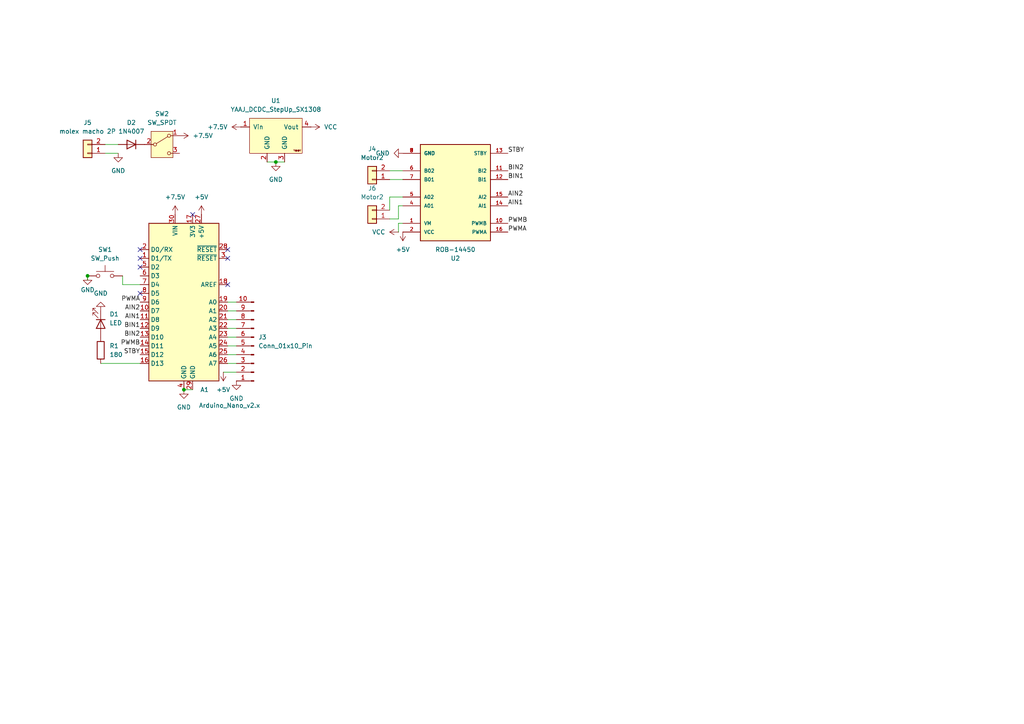
<source format=kicad_sch>
(kicad_sch (version 20231120) (generator "eeschema") (generator_version "8.0")
  (paper "A4")
  (lib_symbols
    (symbol "Connector:Conn_01x10_Pin" (pin_names (offset 1.016) hide)
      (property "Reference" "J" (at 0 12.7 0))
      (property "Value" "Conn_01x10_Pin" (at 0 -15.24 0))
      (symbol "Conn_01x10_Pin_1_1"
        (polyline (pts (xy 1.27 -12.7) (xy 0.8636 -12.7)) (stroke (width 0.1524)))
        (polyline (pts (xy 1.27 -10.16) (xy 0.8636 -10.16)) (stroke (width 0.1524)))
        (polyline (pts (xy 1.27 -7.62) (xy 0.8636 -7.62)) (stroke (width 0.1524)))
        (polyline (pts (xy 1.27 -5.08) (xy 0.8636 -5.08)) (stroke (width 0.1524)))
        (polyline (pts (xy 1.27 -2.54) (xy 0.8636 -2.54)) (stroke (width 0.1524)))
        (polyline (pts (xy 1.27 0) (xy 0.8636 0)) (stroke (width 0.1524)))
        (polyline (pts (xy 1.27 2.54) (xy 0.8636 2.54)) (stroke (width 0.1524)))
        (polyline (pts (xy 1.27 5.08) (xy 0.8636 5.08)) (stroke (width 0.1524)))
        (polyline (pts (xy 1.27 7.62) (xy 0.8636 7.62)) (stroke (width 0.1524)))
        (polyline (pts (xy 1.27 10.16) (xy 0.8636 10.16)) (stroke (width 0.1524)))
        (rectangle (start 0.8636 -12.573) (end 0 -12.827) (stroke (width 0.1524)) (fill (type outline)))
        (rectangle (start 0.8636 -10.033) (end 0 -10.287) (stroke (width 0.1524)) (fill (type outline)))
        (rectangle (start 0.8636 -7.493) (end 0 -7.747) (stroke (width 0.1524)) (fill (type outline)))
        (rectangle (start 0.8636 -4.953) (end 0 -5.207) (stroke (width 0.1524)) (fill (type outline)))
        (rectangle (start 0.8636 -2.413) (end 0 -2.667) (stroke (width 0.1524)) (fill (type outline)))
        (rectangle (start 0.8636 0.127) (end 0 -0.127) (stroke (width 0.1524)) (fill (type outline)))
        (rectangle (start 0.8636 2.667) (end 0 2.413) (stroke (width 0.1524)) (fill (type outline)))
        (rectangle (start 0.8636 5.207) (end 0 4.953) (stroke (width 0.1524)) (fill (type outline)))
        (rectangle (start 0.8636 7.747) (end 0 7.493) (stroke (width 0.1524)) (fill (type outline)))
        (rectangle (start 0.8636 10.287) (end 0 10.033) (stroke (width 0.1524)) (fill (type outline)))
        (pin passive line (at 5.08 10.16 180) (length 3.81) (name "Pin_1") (number "1"))
        (pin passive line (at 5.08 -12.7 180) (length 3.81) (name "Pin_10") (number "10"))
        (pin passive line (at 5.08 7.62 180) (length 3.81) (name "Pin_2") (number "2"))
        (pin passive line (at 5.08 5.08 180) (length 3.81) (name "Pin_3") (number "3"))
        (pin passive line (at 5.08 2.54 180) (length 3.81) (name "Pin_4") (number "4"))
        (pin passive line (at 5.08 0 180) (length 3.81) (name "Pin_5") (number "5"))
        (pin passive line (at 5.08 -2.54 180) (length 3.81) (name "Pin_6") (number "6"))
        (pin passive line (at 5.08 -5.08 180) (length 3.81) (name "Pin_7") (number "7"))
        (pin passive line (at 5.08 -7.62 180) (length 3.81) (name "Pin_8") (number "8"))
        (pin passive line (at 5.08 -10.16 180) (length 3.81) (name "Pin_9") (number "9"))
      )
    )
    (symbol "Connector_Generic:Conn_01x02" (pin_names (offset 1.016) hide)
      (property "Reference" "J" (at 0 2.54 0))
      (property "Value" "Conn_01x02" (at 0 -5.08 0))
      (symbol "Conn_01x02_1_1"
        (rectangle (start -1.27 -2.413) (end 0 -2.667) (stroke (width 0.1524)))
        (rectangle (start -1.27 0.127) (end 0 -0.127) (stroke (width 0.1524)))
        (rectangle (start -1.27 1.27) (end 1.27 -3.81) (stroke (width 0.254)) (fill (type background)))
        (pin passive line (at -5.08 0 0) (length 3.81) (name "Pin_1") (number "1"))
        (pin passive line (at -5.08 -2.54 0) (length 3.81) (name "Pin_2") (number "2"))
      )
    )
    (symbol "Device:D" (pin_numbers hide) (pin_names (offset 1.016) hide)
      (property "Reference" "D" (at 0 2.54 0))
      (property "Value" "D" (at 0 -2.54 0))
      (symbol "D_0_1"
        (polyline (pts (xy -1.27 1.27) (xy -1.27 -1.27)) (stroke (width 0.254)))
        (polyline (pts (xy 1.27 0) (xy -1.27 0)))
        (polyline (pts (xy 1.27 1.27) (xy 1.27 -1.27) (xy -1.27 0) (xy 1.27 1.27)) (stroke (width 0.254)))
      )
      (symbol "D_1_1"
        (pin passive line (at -3.81 0 0) (length 2.54) (name "K") (number "1"))
        (pin passive line (at 3.81 0 180) (length 2.54) (name "A") (number "2"))
      )
    )
    (symbol "Device:LED" (pin_numbers hide) (pin_names (offset 1.016) hide)
      (property "Reference" "D" (at 0 2.54 0))
      (property "Value" "LED" (at 0 -2.54 0))
      (symbol "LED_0_1"
        (polyline (pts (xy -1.27 -1.27) (xy -1.27 1.27)) (stroke (width 0.254)))
        (polyline (pts (xy -1.27 0) (xy 1.27 0)))
        (polyline (pts (xy 1.27 -1.27) (xy 1.27 1.27) (xy -1.27 0) (xy 1.27 -1.27)) (stroke (width 0.254)))
        (polyline (pts (xy -3.048 -0.762) (xy -4.572 -2.286) (xy -3.81 -2.286) (xy -4.572 -2.286) (xy -4.572 -1.524)))
        (polyline (pts (xy -1.778 -0.762) (xy -3.302 -2.286) (xy -2.54 -2.286) (xy -3.302 -2.286) (xy -3.302 -1.524)))
      )
      (symbol "LED_1_1"
        (pin passive line (at -3.81 0 0) (length 2.54) (name "K") (number "1"))
        (pin passive line (at 3.81 0 180) (length 2.54) (name "A") (number "2"))
      )
    )
    (symbol "Device:R" (pin_numbers hide) (pin_names (offset 0))
      (property "Reference" "R" (at 2.032 0 90))
      (property "Value" "R" (at 0 0 90))
      (symbol "R_0_1"
        (rectangle (start -1.016 -2.54) (end 1.016 2.54) (stroke (width 0.254)))
      )
      (symbol "R_1_1"
        (pin passive line (at 0 3.81 270) (length 1.27) (name "~") (number "1"))
        (pin passive line (at 0 -3.81 90) (length 1.27) (name "~") (number "2"))
      )
    )
    (symbol "MCU_Module:Arduino_Nano_v2.x"
      (property "Reference" "A" (at -10.16 23.495 0))
      (property "Value" "Arduino_Nano_v2.x" (at 5.08 -24.13 0))
      (symbol "Arduino_Nano_v2.x_0_1"
        (rectangle (start -10.16 22.86) (end 10.16 -22.86) (stroke (width 0.254)) (fill (type background)))
      )
      (symbol "Arduino_Nano_v2.x_1_1"
        (pin bidirectional line (at -12.7 12.7 0) (length 2.54) (name "D1/TX") (number "1"))
        (pin bidirectional line (at -12.7 -2.54 0) (length 2.54) (name "D7") (number "10"))
        (pin bidirectional line (at -12.7 -5.08 0) (length 2.54) (name "D8") (number "11"))
        (pin bidirectional line (at -12.7 -7.62 0) (length 2.54) (name "D9") (number "12"))
        (pin bidirectional line (at -12.7 -10.16 0) (length 2.54) (name "D10") (number "13"))
        (pin bidirectional line (at -12.7 -12.7 0) (length 2.54) (name "D11") (number "14"))
        (pin bidirectional line (at -12.7 -15.24 0) (length 2.54) (name "D12") (number "15"))
        (pin bidirectional line (at -12.7 -17.78 0) (length 2.54) (name "D13") (number "16"))
        (pin power_out line (at 2.54 25.4 270) (length 2.54) (name "3V3") (number "17"))
        (pin input line (at 12.7 5.08 180) (length 2.54) (name "AREF") (number "18"))
        (pin bidirectional line (at 12.7 0 180) (length 2.54) (name "A0") (number "19"))
        (pin bidirectional line (at -12.7 15.24 0) (length 2.54) (name "D0/RX") (number "2"))
        (pin bidirectional line (at 12.7 -2.54 180) (length 2.54) (name "A1") (number "20"))
        (pin bidirectional line (at 12.7 -5.08 180) (length 2.54) (name "A2") (number "21"))
        (pin bidirectional line (at 12.7 -7.62 180) (length 2.54) (name "A3") (number "22"))
        (pin bidirectional line (at 12.7 -10.16 180) (length 2.54) (name "A4") (number "23"))
        (pin bidirectional line (at 12.7 -12.7 180) (length 2.54) (name "A5") (number "24"))
        (pin bidirectional line (at 12.7 -15.24 180) (length 2.54) (name "A6") (number "25"))
        (pin bidirectional line (at 12.7 -17.78 180) (length 2.54) (name "A7") (number "26"))
        (pin power_out line (at 5.08 25.4 270) (length 2.54) (name "+5V") (number "27"))
        (pin input line (at 12.7 15.24 180) (length 2.54) (name "~{RESET}") (number "28"))
        (pin power_in line (at 2.54 -25.4 90) (length 2.54) (name "GND") (number "29"))
        (pin input line (at 12.7 12.7 180) (length 2.54) (name "~{RESET}") (number "3"))
        (pin power_in line (at -2.54 25.4 270) (length 2.54) (name "VIN") (number "30"))
        (pin power_in line (at 0 -25.4 90) (length 2.54) (name "GND") (number "4"))
        (pin bidirectional line (at -12.7 10.16 0) (length 2.54) (name "D2") (number "5"))
        (pin bidirectional line (at -12.7 7.62 0) (length 2.54) (name "D3") (number "6"))
        (pin bidirectional line (at -12.7 5.08 0) (length 2.54) (name "D4") (number "7"))
        (pin bidirectional line (at -12.7 2.54 0) (length 2.54) (name "D5") (number "8"))
        (pin bidirectional line (at -12.7 0 0) (length 2.54) (name "D6") (number "9"))
      )
    )
    (symbol "ROB-14450:ROB-14450" (pin_names (offset 1.016))
      (property "Reference" "U" (at -10.16 16.002 0))
      (property "Value" "ROB-14450" (at -10.16 -15.24 0))
      (symbol "ROB-14450_0_0"
        (rectangle (start -10.16 -12.7) (end 10.16 15.24) (stroke (width 0.254)) (fill (type background)))
        (pin power_in line (at 15.24 10.16 180) (length 5.08) (name "VM") (number "1"))
        (pin input line (at -15.24 10.16 0) (length 5.08) (name "PWMB") (number "10"))
        (pin input line (at -15.24 -5.08 0) (length 5.08) (name "BI2") (number "11"))
        (pin input line (at -15.24 -2.54 0) (length 5.08) (name "BI1") (number "12"))
        (pin input line (at -15.24 -10.16 0) (length 5.08) (name "STBY") (number "13"))
        (pin input line (at -15.24 5.08 0) (length 5.08) (name "AI1") (number "14"))
        (pin input line (at -15.24 2.54 0) (length 5.08) (name "AI2") (number "15"))
        (pin input line (at -15.24 12.7 0) (length 5.08) (name "PWMA") (number "16"))
        (pin power_in line (at 15.24 12.7 180) (length 5.08) (name "VCC") (number "2"))
        (pin power_in line (at 15.24 -10.16 180) (length 5.08) (name "GND") (number "3"))
        (pin output line (at 15.24 5.08 180) (length 5.08) (name "A01") (number "4"))
        (pin output line (at 15.24 2.54 180) (length 5.08) (name "A02") (number "5"))
        (pin output line (at 15.24 -5.08 180) (length 5.08) (name "B02") (number "6"))
        (pin output line (at 15.24 -2.54 180) (length 5.08) (name "B01") (number "7"))
        (pin power_in line (at 15.24 -10.16 180) (length 5.08) (name "GND") (number "8"))
        (pin power_in line (at 15.24 -10.16 180) (length 5.08) (name "GND") (number "9"))
      )
    )
    (symbol "Switch:SW_Push" (pin_numbers hide) (pin_names (offset 1.016) hide)
      (property "Reference" "SW" (at 1.27 2.54 0))
      (property "Value" "SW_Push" (at 0 -1.524 0))
      (symbol "SW_Push_0_1"
        (circle (center -2.032 0) (radius 0.508))
        (polyline (pts (xy 0 1.27) (xy 0 3.048)))
        (polyline (pts (xy 2.54 1.27) (xy -2.54 1.27)))
        (circle (center 2.032 0) (radius 0.508))
        (pin passive line (at -5.08 0 0) (length 2.54) (name "1") (number "1"))
        (pin passive line (at 5.08 0 180) (length 2.54) (name "2") (number "2"))
      )
    )
    (symbol "Switch:SW_SPDT" (pin_names (offset 0) hide)
      (property "Reference" "SW" (at 0 5.08 0))
      (property "Value" "SW_SPDT" (at 0 -5.08 0))
      (symbol "SW_SPDT_0_1"
        (circle (center -2.032 0) (radius 0.4572))
        (polyline (pts (xy -1.651 0.254) (xy 1.651 2.286)))
        (circle (center 2.032 -2.54) (radius 0.4572))
        (circle (center 2.032 2.54) (radius 0.4572))
      )
      (symbol "SW_SPDT_1_1"
        (rectangle (start -3.175 3.81) (end 3.175 -3.81) (fill (type background)))
        (pin passive line (at 5.08 2.54 180) (length 2.54) (name "A") (number "1"))
        (pin passive line (at -5.08 0 0) (length 2.54) (name "B") (number "2"))
        (pin passive line (at 5.08 -2.54 180) (length 2.54) (name "C") (number "3"))
      )
    )
    (symbol "power:+5V" (power) (pin_numbers hide) (pin_names (offset 0) hide)
      (property "Value" "+5V" (at 0 3.556 0))
      (symbol "+5V_0_1"
        (polyline (pts (xy -0.762 1.27) (xy 0 2.54)))
        (polyline (pts (xy 0 0) (xy 0 2.54)))
        (polyline (pts (xy 0 2.54) (xy 0.762 1.27)))
      )
      (symbol "+5V_1_1"
        (pin power_in line (at 0 0 90) (length 0) (name "~") (number "1"))
      )
    )
    (symbol "power:+7.5V" (power) (pin_numbers hide) (pin_names (offset 0) hide)
      (property "Value" "+7.5V" (at 0 3.556 0))
      (symbol "+7.5V_0_1"
        (polyline (pts (xy -0.762 1.27) (xy 0 2.54)))
        (polyline (pts (xy 0 0) (xy 0 2.54)))
        (polyline (pts (xy 0 2.54) (xy 0.762 1.27)))
      )
      (symbol "+7.5V_1_1"
        (pin power_in line (at 0 0 90) (length 0) (name "~") (number "1"))
      )
    )
    (symbol "power:GND" (power) (pin_numbers hide) (pin_names (offset 0) hide)
      (property "Value" "GND" (at 0 -3.81 0))
      (symbol "GND_0_1"
        (polyline (pts (xy 0 0) (xy 0 -1.27) (xy 1.27 -1.27) (xy 0 -2.54) (xy -1.27 -1.27) (xy 0 -1.27)))
      )
      (symbol "GND_1_1"
        (pin power_in line (at 0 0 270) (length 0) (name "~") (number "1"))
      )
    )
    (symbol "power:VCC" (power) (pin_numbers hide) (pin_names (offset 0) hide)
      (property "Value" "VCC" (at 0 3.556 0))
      (symbol "VCC_0_1"
        (polyline (pts (xy -0.762 1.27) (xy 0 2.54)))
        (polyline (pts (xy 0 0) (xy 0 2.54)))
        (polyline (pts (xy 0 2.54) (xy 0.762 1.27)))
      )
      (symbol "VCC_1_1"
        (pin power_in line (at 0 0 90) (length 0) (name "~") (number "1"))
      )
    )
    (symbol "yaaj_dcdc_stepup_sx1308:YAAJ_DCDC_StepUp_SX1308" (pin_names (offset 1.016))
      (property "Reference" "U" (at -5.08 6.35 0))
      (property "Value" "YAAJ_DCDC_StepUp_SX1308" (at 1.27 11.43 0))
      (symbol "YAAJ_DCDC_StepUp_SX1308_1_1"
        (rectangle (start -7.62 2.54) (end 7.62 -7.62) (fill (type background)))
        (text "Y@@V" (at 6.1976 -6.8072 0) (effects (font (size 0.508 0.508))))
        (pin power_in line (at -10.16 0 0) (length 2.54) (name "Vin") (number "1"))
        (pin power_in line (at -2.54 -10.16 90) (length 2.54) (name "GND") (number "2"))
        (pin power_in line (at 2.54 -10.16 90) (length 2.54) (name "GND") (number "3"))
        (pin power_out line (at 10.16 0 180) (length 2.54) (name "Vout") (number "4"))
      )
    )
  )
  (junction (at 80.01 46.99))
  (junction (at 53.34 113.03))
  (junction (at 25.4 80.01))
  (no_connect (at 40.64 74.93))
  (no_connect (at 40.64 72.39))
  (no_connect (at 55.88 62.23))
  (no_connect (at 66.04 74.93))
  (no_connect (at 40.64 77.47))
  (no_connect (at 40.64 85.09))
  (no_connect (at 66.04 72.39))
  (no_connect (at 66.04 82.55))
  (wire (pts (xy 29.21 105.41) (xy 40.64 105.41)))
  (wire (pts (xy 113.03 57.15) (xy 116.84 57.15)))
  (wire (pts (xy 30.48 44.45) (xy 34.29 44.45)))
  (wire (pts (xy 25.4 80.01) (xy 25.4 81.28)))
  (wire (pts (xy 66.04 97.79) (xy 68.58 97.79)))
  (wire (pts (xy 66.04 105.41) (xy 68.58 105.41)))
  (wire (pts (xy 116.84 52.07) (xy 113.03 52.07)))
  (wire (pts (xy 35.56 80.01) (xy 35.56 82.55)))
  (wire (pts (xy 116.84 49.53) (xy 113.03 49.53)))
  (wire (pts (xy 35.56 82.55) (xy 40.64 82.55)))
  (wire (pts (xy 115.57 64.77) (xy 116.84 64.77)))
  (wire (pts (xy 66.04 92.71) (xy 68.58 92.71)))
  (wire (pts (xy 80.01 46.99) (xy 82.55 46.99)))
  (wire (pts (xy 113.03 60.96) (xy 113.03 57.15)))
  (wire (pts (xy 66.04 87.63) (xy 68.58 87.63)))
  (wire (pts (xy 66.04 95.25) (xy 68.58 95.25)))
  (wire (pts (xy 77.47 46.99) (xy 80.01 46.99)))
  (wire (pts (xy 115.57 67.31) (xy 115.57 64.77)))
  (wire (pts (xy 116.84 59.69) (xy 115.57 59.69)))
  (wire (pts (xy 64.77 107.95) (xy 68.58 107.95)))
  (wire (pts (xy 66.04 102.87) (xy 68.58 102.87)))
  (wire (pts (xy 66.04 90.17) (xy 68.58 90.17)))
  (wire (pts (xy 53.34 113.03) (xy 55.88 113.03)))
  (wire (pts (xy 115.57 63.5) (xy 113.03 63.5)))
  (wire (pts (xy 30.48 41.91) (xy 34.29 41.91)))
  (wire (pts (xy 115.57 59.69) (xy 115.57 63.5)))
  (wire (pts (xy 66.04 100.33) (xy 68.58 100.33)))
  (label "AIN1" (at 147.32 59.69 0))
  (label "PWMB" (at 40.64 100.33 180))
  (label "PWMB" (at 147.32 64.77 0))
  (label "BIN1" (at 40.64 95.25 180))
  (label "BIN2" (at 40.64 97.79 180))
  (label "BIN2" (at 147.32 49.53 0))
  (label "BIN1" (at 147.32 52.07 0))
  (label "STBY" (at 40.64 102.87 180))
  (label "PWMA" (at 40.64 87.63 180))
  (label "STBY" (at 147.32 44.45 0))
  (label "AIN2" (at 147.32 57.15 0))
  (label "AIN1" (at 40.64 92.71 180))
  (label "PWMA" (at 147.32 67.31 0))
  (label "AIN2" (at 40.64 90.17 180))
  (symbol (lib_id "Switch:SW_SPDT") (at 46.99 41.91 0) (unit 1)
    (property "Reference" "SW2" (at 46.99 33.02 0))
    (property "Value" "SW_SPDT" (at 46.99 35.56 0))
    (property "Footprint" "Button_Switch_THT:SW_Slide_SPDT_Straight_CK_OS102011MS2Q" (effects (hide yes)))
    (property "Description" "Switch, single pole double throw" (effects (hide yes)))
  )
  (symbol (lib_id "Device:D") (at 38.1 41.91 180) (unit 1)
    (property "Reference" "D2" (at 38.1 35.56 0))
    (property "Value" "1N4007" (at 38.1 38.1 0))
    (property "Footprint" "Diode_THT:D_DO-41_SOD81_P10.16mm_Horizontal" (effects (hide yes)))
    (property "Description" "Diode" (effects (hide yes)))
    (property "Sim.Device" "D" (effects (hide yes)))
    (property "Sim.Pins" "1=K 2=A" (effects (hide yes)))
  )
  (symbol (lib_id "power:+7.5V") (at 50.8 62.23 0) (unit 1)
    (property "Reference" "#PWR08" (effects (hide yes)))
    (property "Value" "+7.5V" (at 50.8 57.15 0))
    (property "Description" "Power symbol creates a global label with name \"+7.5V\"" (effects (hide yes)))
  )
  (symbol (lib_id "Device:R") (at 29.21 101.6 0) (unit 1)
    (property "Reference" "R1" (at 31.75 100.3299 0) (effects (justify left)))
    (property "Value" "180" (at 31.75 102.8699 0) (effects (justify left)))
    (property "Footprint" "Resistor_SMD:R_1206_3216Metric" (effects (hide yes)))
    (property "Description" "Resistor" (effects (hide yes)))
  )
  (symbol (lib_id "Switch:SW_Push") (at 30.48 80.01 0) (unit 1)
    (property "Reference" "SW1" (at 30.48 72.39 0))
    (property "Value" "SW_Push" (at 30.48 74.93 0))
    (property "Footprint" "Button_Switch_THT:SW_PUSH_6mm" (effects (hide yes)))
    (property "Description" "Push button switch, generic, two pins" (effects (hide yes)))
  )
  (symbol (lib_id "power:VCC") (at 115.57 67.31 90) (unit 1)
    (property "Reference" "#PWR014" (effects (hide yes)))
    (property "Value" "VCC" (at 111.76 67.3101 90) (effects (justify left)))
    (property "Description" "Power symbol creates a global label with name \"VCC\"" (effects (hide yes)))
  )
  (symbol (lib_id "power:VCC") (at 90.17 36.83 270) (unit 1)
    (property "Reference" "#PWR012" (effects (hide yes)))
    (property "Value" "VCC" (at 93.98 36.8299 90) (effects (justify left)))
    (property "Description" "Power symbol creates a global label with name \"VCC\"" (effects (hide yes)))
  )
  (symbol (lib_id "ROB-14450:ROB-14450") (at 132.08 54.61 180) (unit 1)
    (property "Reference" "U2" (at 132.08 74.93 0))
    (property "Value" "ROB-14450" (at 132.08 72.39 0))
    (property "Footprint" "ROB-14450:MODULE_ROB-14450" (effects (hide yes)))
    (property "MF" "SparkFun Electronics" (effects (hide yes)))
    (property "Description_1" "\n                        \n                            TB6612FNG - Motor Controller/Driver Power Management Evaluation Board\n                        \n" (effects (hide yes)))
    (property "Package" "None" (effects (hide yes)))
    (property "Price" "None" (effects (hide yes)))
    (property "Check_prices" "https://www.snapeda.com/parts/ROB-14450/SparkFun+Electronics/view-part/?ref=eda" (effects (hide yes)))
    (property "STANDARD" "Manufacturer Recommendation" (effects (hide yes)))
    (property "PARTREV" "11-13-17" (effects (hide yes)))
    (property "SnapEDA_Link" "https://www.snapeda.com/parts/ROB-14450/SparkFun+Electronics/view-part/?ref=snap" (effects (hide yes)))
    (property "MP" "ROB-14450" (effects (hide yes)))
    (property "Availability" "In Stock" (effects (hide yes)))
    (property "MANUFACTURER" "Sparkfun Electronics" (effects (hide yes)))
  )
  (symbol (lib_id "Connector:Conn_01x10_Pin") (at 73.66 100.33 180) (unit 1)
    (property "Reference" "J3" (at 74.93 97.7899 0) (effects (justify right)))
    (property "Value" "Conn_01x10_Pin" (at 74.93 100.3299 0) (effects (justify right)))
    (property "Footprint" "Connector_PinHeader_2.00mm:PinHeader_1x10_P2.00mm_Vertical" (effects (hide yes)))
    (property "Description" "Generic connector, single row, 01x10, script generated" (effects (hide yes)))
  )
  (symbol (lib_id "yaaj_dcdc_stepup_sx1308:YAAJ_DCDC_StepUp_SX1308") (at 80.01 36.83 0) (unit 1)
    (property "Reference" "U1" (at 80.01 29.21 0))
    (property "Value" "YAAJ_DCDC_StepUp_SX1308" (at 80.01 31.75 0))
    (property "Footprint" "KiCad:YAAJ_DCDC_StepUp_SX1308" (effects (hide yes)))
    (property "Description" "module : adjustable stepup converter module2V-24V to 2V-28V 2A" (effects (hide yes)))
  )
  (symbol (lib_id "power:+5V") (at 64.77 107.95 180) (unit 1)
    (property "Reference" "#PWR05" (effects (hide yes)))
    (property "Value" "+5V" (at 64.77 113.03 0))
    (property "Description" "Power symbol creates a global label with name \"+5V\"" (effects (hide yes)))
  )
  (symbol (lib_id "power:+7.5V") (at 69.85 36.83 90) (unit 1)
    (property "Reference" "#PWR010" (effects (hide yes)))
    (property "Value" "+7.5V" (at 66.04 36.8299 90) (effects (justify left)))
    (property "Description" "Power symbol creates a global label with name \"+7.5V\"" (effects (hide yes)))
  )
  (symbol (lib_id "power:+5V") (at 58.42 62.23 0) (unit 1)
    (property "Reference" "#PWR02" (effects (hide yes)))
    (property "Value" "+5V" (at 58.42 57.15 0))
    (property "Description" "Power symbol creates a global label with name \"+5V\"" (effects (hide yes)))
  )
  (symbol (lib_id "power:GND") (at 25.4 80.01 0) (unit 1)
    (property "Reference" "#PWR011" (effects (hide yes)))
    (property "Value" "GND" (at 23.368 84.074 0) (effects (justify left)))
    (property "Description" "Power symbol creates a global label with name \"GND\" , ground" (effects (hide yes)))
  )
  (symbol (lib_id "power:GND") (at 53.34 113.03 0) (unit 1)
    (property "Reference" "#PWR03" (effects (hide yes)))
    (property "Value" "GND" (at 53.34 118.11 0))
    (property "Description" "Power symbol creates a global label with name \"GND\" , ground" (effects (hide yes)))
  )
  (symbol (lib_id "Connector_Generic:Conn_01x02") (at 25.4 44.45 180) (unit 1)
    (property "Reference" "J5" (at 25.4 35.56 0))
    (property "Value" "molex macho 2P" (at 25.4 38.1 0))
    (property "Footprint" "Connector_Molex:Molex_KK-254_AE-6410-02A_1x02_P2.54mm_Vertical" (effects (hide yes)))
    (property "Description" "Generic connector, single row, 01x02, script generated (kicad-library-utils/schlib/autogen/connector/)" (effects (hide yes)))
  )
  (symbol (lib_id "power:GND") (at 29.21 90.17 180) (unit 1)
    (property "Reference" "#PWR06" (effects (hide yes)))
    (property "Value" "GND" (at 29.21 85.09 0))
    (property "Description" "Power symbol creates a global label with name \"GND\" , ground" (effects (hide yes)))
  )
  (symbol (lib_id "power:+5V") (at 116.84 67.31 180) (unit 1)
    (property "Reference" "#PWR013" (effects (hide yes)))
    (property "Value" "+5V" (at 116.84 72.39 0))
    (property "Description" "Power symbol creates a global label with name \"+5V\"" (effects (hide yes)))
  )
  (symbol (lib_id "power:GND") (at 80.01 46.99 0) (unit 1)
    (property "Reference" "#PWR09" (effects (hide yes)))
    (property "Value" "GND" (at 80.01 52.07 0))
    (property "Description" "Power symbol creates a global label with name \"GND\" , ground" (effects (hide yes)))
  )
  (symbol (lib_id "Device:LED") (at 29.21 93.98 270) (unit 1)
    (property "Reference" "D1" (at 31.75 91.1224 90) (effects (justify left)))
    (property "Value" "LED" (at 31.75 93.6624 90) (effects (justify left)))
    (property "Footprint" "LED_THT:LED_D3.0mm" (effects (hide yes)))
    (property "Description" "Light emitting diode" (effects (hide yes)))
  )
  (symbol (lib_id "power:GND") (at 116.84 44.45 270) (unit 1)
    (property "Reference" "#PWR015" (effects (hide yes)))
    (property "Value" "GND" (at 113.03 44.4499 90) (effects (justify right)))
    (property "Description" "Power symbol creates a global label with name \"GND\" , ground" (effects (hide yes)))
  )
  (symbol (lib_id "MCU_Module:Arduino_Nano_v2.x") (at 53.34 87.63 0) (unit 1)
    (property "Reference" "A1" (at 58.0741 113.03 0) (effects (justify left)))
    (property "Value" "Arduino_Nano_v2.x" (at 57.658 117.602 0) (effects (justify left)))
    (property "Footprint" "Module:Arduino_Nano" (effects (hide yes)))
    (property "Datasheet" "https://www.arduino.cc/en/uploads/Main/ArduinoNanoManual23.pdf" (effects (hide yes)))
    (property "Description" "Arduino Nano v2.x" (effects (hide yes)))
  )
  (symbol (lib_id "Connector_Generic:Conn_01x02") (at 107.95 52.07 180) (unit 1)
    (property "Reference" "J4" (at 107.95 43.18 0))
    (property "Value" "Motor2" (at 107.95 45.72 0))
    (property "Footprint" "Connector_Molex:Molex_KK-254_AE-6410-02A_1x02_P2.54mm_Vertical" (effects (hide yes)))
    (property "Description" "Generic connector, single row, 01x02, script generated (kicad-library-utils/schlib/autogen/connector/)" (effects (hide yes)))
  )
  (symbol (lib_id "power:+7.5V") (at 52.07 39.37 270) (unit 1)
    (property "Reference" "#PWR07" (effects (hide yes)))
    (property "Value" "+7.5V" (at 55.88 39.3699 90) (effects (justify left)))
    (property "Description" "Power symbol creates a global label with name \"+7.5V\"" (effects (hide yes)))
  )
  (symbol (lib_id "power:GND") (at 68.58 110.49 0) (unit 1)
    (property "Reference" "#PWR01" (effects (hide yes)))
    (property "Value" "GND" (at 68.58 115.57 0))
    (property "Description" "Power symbol creates a global label with name \"GND\" , ground" (effects (hide yes)))
  )
  (symbol (lib_id "power:GND") (at 34.29 44.45 0) (unit 1)
    (property "Reference" "#PWR04" (effects (hide yes)))
    (property "Value" "GND" (at 34.29 49.53 0))
    (property "Description" "Power symbol creates a global label with name \"GND\" , ground" (effects (hide yes)))
  )
  (symbol (lib_id "Connector_Generic:Conn_01x02") (at 107.95 63.5 180) (unit 1)
    (property "Reference" "J6" (at 107.95 54.61 0))
    (property "Value" "Motor2" (at 107.95 57.15 0))
    (property "Footprint" "Connector_Molex:Molex_KK-254_AE-6410-02A_1x02_P2.54mm_Vertical" (effects (hide yes)))
    (property "Description" "Generic connector, single row, 01x02, script generated (kicad-library-utils/schlib/autogen/connector/)" (effects (hide yes)))
  )
)
</source>
